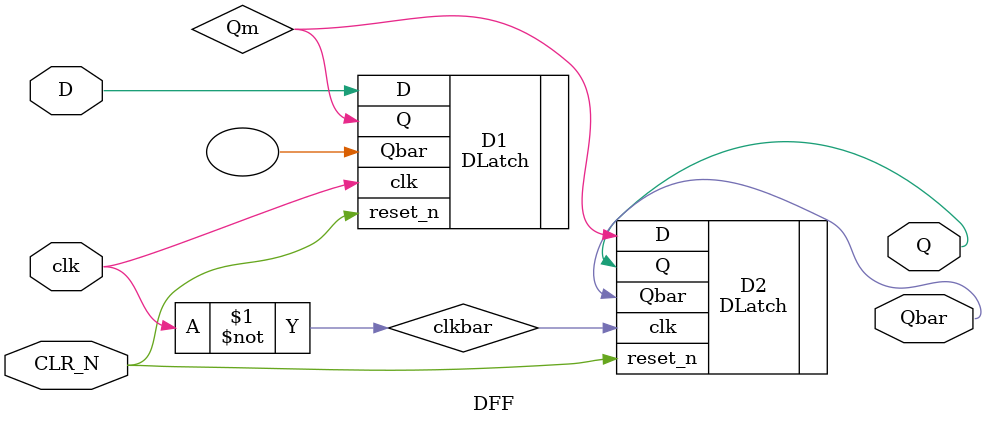
<source format=sv>
`timescale 1ns / 1ps

module DFF (input logic D, input logic clk, input logic CLR_N, output logic Q, output logic Qbar);

wire clkbar,Qm;
DLatch D1(
.D(D),
.clk(clk),
.reset_n(CLR_N),
 .Q(Qm),
.Qbar()
    );
    not(clkbar,clk);

DLatch D2(
.D(Qm),
.clk(clkbar),
.reset_n(CLR_N),
 .Q(Q),
.Qbar(Qbar)
    );
    endmodule
    
</source>
